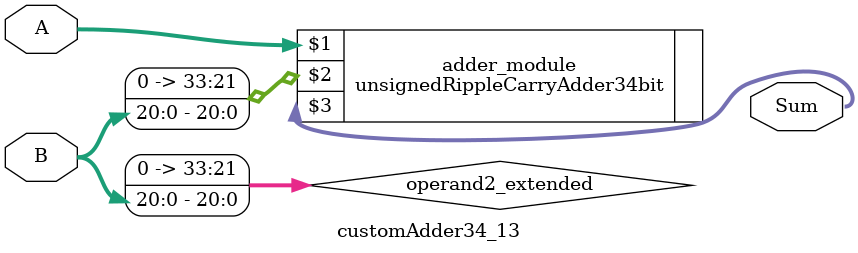
<source format=v>
module customAdder34_13(
                        input [33 : 0] A,
                        input [20 : 0] B,
                        
                        output [34 : 0] Sum
                );

        wire [33 : 0] operand2_extended;
        
        assign operand2_extended =  {13'b0, B};
        
        unsignedRippleCarryAdder34bit adder_module(
            A,
            operand2_extended,
            Sum
        );
        
        endmodule
        
</source>
